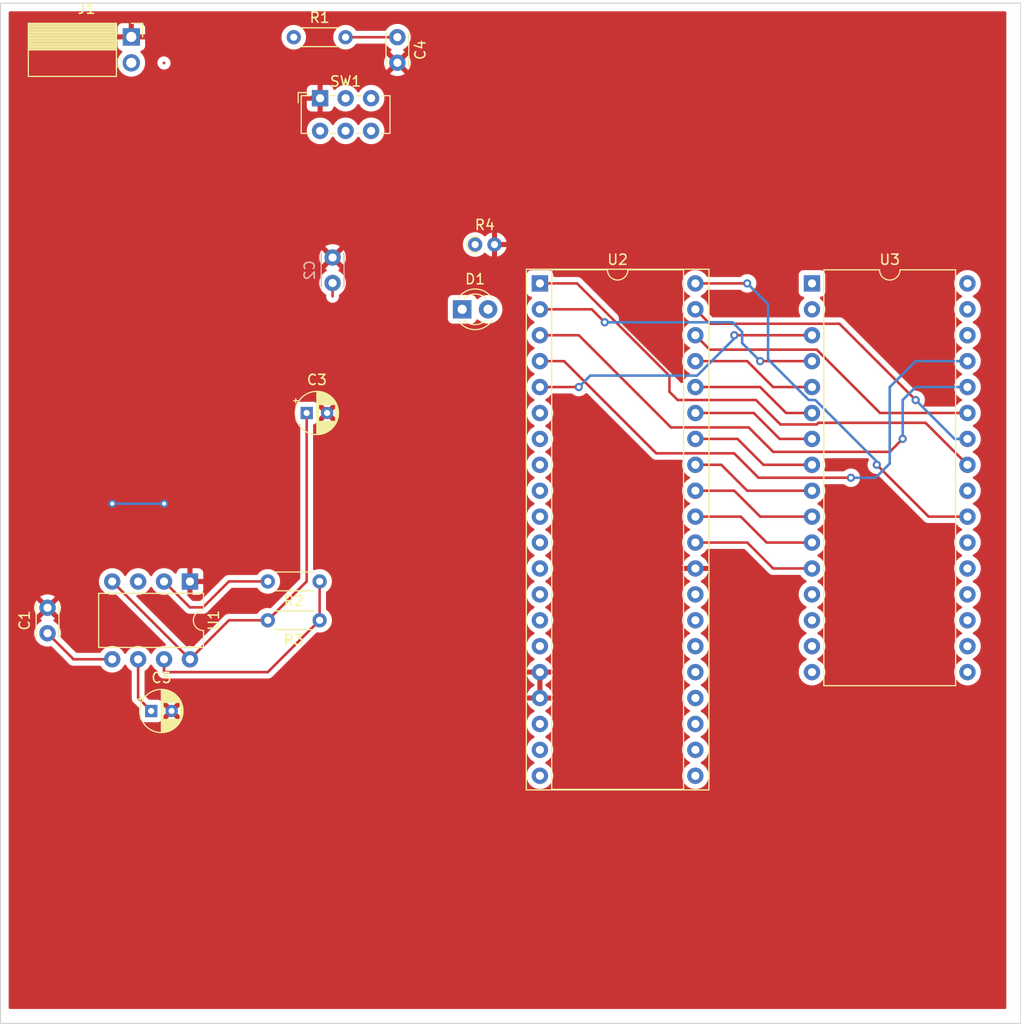
<source format=kicad_pcb>
(kicad_pcb (version 20221018) (generator pcbnew)
  (layers (0 "F.Cu" signal) (31 "B.Cu" signal) (34 "B.Paste" user) (35 "F.Paste" user) (36 "B.SilkS" user "B.Silkscreen") (37 "F.SilkS" user "F.Silkscreen") (38 "B.Mask" user) (39 "F.Mask" user) (44 "Edge.Cuts" user))
  (net 0 "")
  (net 1 "Net-(U1-CV)")
  (net 2 "GND")
  (net 3 "+5V")
  (net 4 "Net-(U2-~{RESET})")
  (net 5 "Net-(U1-THR)")
  (net 6 "Net-(U1-DIS)")
  (net 7 "CLK")
  (net 26 "Net-(D1-K)")
  (net 27 "/A0")
  (net 28 "/A1")
  (net 45 "/A11")
  (net 46 "/A12")
  (net 47 "/A13")
  (net 48 "/A14")
  (net 49 "/A15")
  (net 50 "/A2")
  (net 51 "/A3")
  (net 52 "/A4")
  (net 53 "/A5")
  (net 54 "/A6")
  (net 55 "/A7")
  (net 56 "/A8")
  (net 57 "/A9")
  (net 58 "/A10")
  (footprint "Connector_PinSocket_2.54mm:PinSocket_1x02_P2.54mm_Horizontal" (layer "F.Cu") (at 62.82 53.31)
    (fp_text reference "J1" (at -4.38 -2.77) (layer "F.SilkS"))
    (fp_text value "Conn_01x02_Pin")
    (pad "1" thru_hole rect (at 0 0) (size 1.7 1.7) (drill 1) (layers "*.Cu" "*.Mask") (net 2 "GND"))
    (pad "2" thru_hole oval (at 0 2.54) (size 1.7 1.7) (drill 1) (layers "*.Cu" "*.Mask") (net 3 "+5V"))
  )
  (footprint "Resistor_THT:R_Axial_DIN0204_L3.6mm_D1.6mm_P1.90mm_Vertical" (layer "F.Cu") (at 96.52 73.66)
    (fp_text reference "R4" (at 0.95 -1.92) (layer "F.SilkS"))
    (fp_text value "470")
    (pad "1" thru_hole circle (at 0 0) (size 1.4 1.4) (drill 0.7) (layers "*.Cu" "*.Mask") (net 26 "Net-(D1-K)"))
    (pad "2" thru_hole oval (at 1.9 0) (size 1.4 1.4) (drill 0.7) (layers "*.Cu" "*.Mask") (net 2 "GND"))
  )
  (footprint "Package_DIP:DIP-8_W7.62mm" (layer "F.Cu") (at 68.57 106.69 -90)
    (fp_text reference "U1" (at 3.81 -2.33 90) (layer "F.SilkS"))
    (fp_text value "NE555P")
    (pad "1" thru_hole rect (at 0 0 270) (size 1.6 1.6) (drill 0.8) (layers "*.Cu" "*.Mask") (net 2 "GND"))
    (pad "2" thru_hole oval (at 0 2.54 270) (size 1.6 1.6) (drill 0.8) (layers "*.Cu" "*.Mask") (net 5 "Net-(U1-THR)"))
    (pad "3" thru_hole oval (at 0 5.08 270) (size 1.6 1.6) (drill 0.8) (layers "*.Cu" "*.Mask") (net 7 "CLK"))
    (pad "4" thru_hole oval (at 0 7.62 270) (size 1.6 1.6) (drill 0.8) (layers "*.Cu" "*.Mask") (net 3 "+5V"))
    (pad "5" thru_hole oval (at 7.62 7.62 270) (size 1.6 1.6) (drill 0.8) (layers "*.Cu" "*.Mask") (net 1 "Net-(U1-CV)"))
    (pad "6" thru_hole oval (at 7.62 5.08 270) (size 1.6 1.6) (drill 0.8) (layers "*.Cu" "*.Mask") (net 5 "Net-(U1-THR)"))
    (pad "7" thru_hole oval (at 7.62 2.54 270) (size 1.6 1.6) (drill 0.8) (layers "*.Cu" "*.Mask") (net 6 "Net-(U1-DIS)"))
    (pad "8" thru_hole oval (at 7.62 0 270) (size 1.6 1.6) (drill 0.8) (layers "*.Cu" "*.Mask") (net 3 "+5V"))
  )
  (footprint "Capacitor_THT:CP_Radial_D4.0mm_P2.00mm" (layer "F.Cu") (at 64.77 119.38)
    (fp_text reference "C5" (at 1 -3.25) (layer "F.SilkS"))
    (fp_text value "10u")
    (pad "1" thru_hole rect (at 0 0) (size 1.2 1.2) (drill 0.6) (layers "*.Cu" "*.Mask") (net 5 "Net-(U1-THR)"))
    (pad "2" thru_hole circle (at 2 0) (size 1.2 1.2) (drill 0.6) (layers "*.Cu" "*.Mask") (net 2 "GND"))
  )
  (footprint "Resistor_THT:R_Axial_DIN0204_L3.6mm_D1.6mm_P5.08mm_Horizontal" (layer "F.Cu") (at 81.28 110.49 180)
    (fp_text reference "R3" (at 2.54 -1.92) (layer "F.SilkS"))
    (fp_text value "1k")
    (pad "1" thru_hole circle (at 0 0 180) (size 1.4 1.4) (drill 0.7) (layers "*.Cu" "*.Mask") (net 6 "Net-(U1-DIS)"))
    (pad "2" thru_hole oval (at 5.08 0 180) (size 1.4 1.4) (drill 0.7) (layers "*.Cu" "*.Mask") (net 3 "+5V"))
  )
  (footprint "Capacitor_THT:C_Disc_D3.0mm_W2.0mm_P2.50mm" (layer "F.Cu") (at 54.61 111.76 90)
    (fp_text reference "C1" (at 1.25 -2.25 90) (layer "F.SilkS"))
    (fp_text value "10n")
    (pad "1" thru_hole circle (at 0 0 90) (size 1.6 1.6) (drill 0.8) (layers "*.Cu" "*.Mask") (net 1 "Net-(U1-CV)"))
    (pad "2" thru_hole circle (at 2.5 0 90) (size 1.6 1.6) (drill 0.8) (layers "*.Cu" "*.Mask") (net 2 "GND"))
  )
  (footprint "LED_THT:LED_D3.0mm" (layer "F.Cu") (at 95.25 80.01)
    (fp_text reference "D1" (at 1.27 -2.96) (layer "F.SilkS"))
    (fp_text value "LED")
    (pad "1" thru_hole rect (at 0 0) (size 1.8 1.8) (drill 0.9) (layers "*.Cu" "*.Mask") (net 26 "Net-(D1-K)"))
    (pad "2" thru_hole circle (at 2.54 0) (size 1.8 1.8) (drill 0.9) (layers "*.Cu" "*.Mask") (net 7 "CLK"))
  )
  (footprint "Resistor_THT:R_Axial_DIN0204_L3.6mm_D1.6mm_P5.08mm_Horizontal" (layer "F.Cu") (at 81.28 106.68 180)
    (fp_text reference "R2" (at 2.54 -1.92) (layer "F.SilkS"))
    (fp_text value "4k7")
    (pad "1" thru_hole circle (at 0 0 180) (size 1.4 1.4) (drill 0.7) (layers "*.Cu" "*.Mask") (net 6 "Net-(U1-DIS)"))
    (pad "2" thru_hole oval (at 5.08 0 180) (size 1.4 1.4) (drill 0.7) (layers "*.Cu" "*.Mask") (net 5 "Net-(U1-THR)"))
  )
  (footprint "Button_Switch_THT:SW_E-Switch_EG1271_SPDT" (layer "F.Cu") (at 81.325 59.32)
    (fp_text reference "SW1" (at 2.5 -1.65) (layer "F.SilkS"))
    (fp_text value "SW_Push")
    (pad "1" thru_hole rect (at 0 0) (size 1.6 1.6) (drill 0.8) (layers "*.Cu" "*.Mask") (net 2 "GND"))
    (pad "2" thru_hole circle (at 2.5 0) (size 1.6 1.6) (drill 0.8) (layers "*.Cu" "*.Mask") (net 4 "Net-(U2-~{RESET})"))
    (pad "3" thru_hole circle (at 5 0) (size 1.6 1.6) (drill 0.8) (layers "*.Cu" "*.Mask"))
    (pad "4" thru_hole circle (at 0 3.2) (size 1.6 1.6) (drill 0.8) (layers "*.Cu" "*.Mask"))
    (pad "5" thru_hole circle (at 2.5 3.2) (size 1.6 1.6) (drill 0.8) (layers "*.Cu" "*.Mask"))
    (pad "6" thru_hole circle (at 5 3.2) (size 1.6 1.6) (drill 0.8) (layers "*.Cu" "*.Mask"))
  )
  (footprint "Package_DIP:DIP-40_W15.24mm_Socket" (layer "F.Cu") (at 102.87 77.47)
    (fp_text reference "U2" (at 7.62 -2.33) (layer "F.SilkS"))
    (fp_text value "Z80CPU")
    (pad "1" thru_hole rect (at 0 0) (size 1.6 1.6) (drill 0.8) (layers "*.Cu" "*.Mask") (net 45 "/A11"))
    (pad "2" thru_hole oval (at 0 2.54) (size 1.6 1.6) (drill 0.8) (layers "*.Cu" "*.Mask") (net 46 "/A12"))
    (pad "3" thru_hole oval (at 0 5.08) (size 1.6 1.6) (drill 0.8) (layers "*.Cu" "*.Mask") (net 47 "/A13"))
    (pad "4" thru_hole oval (at 0 7.62) (size 1.6 1.6) (drill 0.8) (layers "*.Cu" "*.Mask") (net 48 "/A14"))
    (pad "5" thru_hole oval (at 0 10.16) (size 1.6 1.6) (drill 0.8) (layers "*.Cu" "*.Mask") (net 49 "/A15"))
    (pad "6" thru_hole oval (at 0 12.7) (size 1.6 1.6) (drill 0.8) (layers "*.Cu" "*.Mask") (net 7 "CLK"))
    (pad "7" thru_hole oval (at 0 15.24) (size 1.6 1.6) (drill 0.8) (layers "*.Cu" "*.Mask"))
    (pad "8" thru_hole oval (at 0 17.78) (size 1.6 1.6) (drill 0.8) (layers "*.Cu" "*.Mask"))
    (pad "9" thru_hole oval (at 0 20.32) (size 1.6 1.6) (drill 0.8) (layers "*.Cu" "*.Mask"))
    (pad "10" thru_hole oval (at 0 22.86) (size 1.6 1.6) (drill 0.8) (layers "*.Cu" "*.Mask"))
    (pad "11" thru_hole oval (at 0 25.4) (size 1.6 1.6) (drill 0.8) (layers "*.Cu" "*.Mask") (net 3 "+5V"))
    (pad "12" thru_hole oval (at 0 27.94) (size 1.6 1.6) (drill 0.8) (layers "*.Cu" "*.Mask"))
    (pad "13" thru_hole oval (at 0 30.48) (size 1.6 1.6) (drill 0.8) (layers "*.Cu" "*.Mask"))
    (pad "14" thru_hole oval (at 0 33.02) (size 1.6 1.6) (drill 0.8) (layers "*.Cu" "*.Mask"))
    (pad "15" thru_hole oval (at 0 35.56) (size 1.6 1.6) (drill 0.8) (layers "*.Cu" "*.Mask"))
    (pad "16" thru_hole oval (at 0 38.1) (size 1.6 1.6) (drill 0.8) (layers "*.Cu" "*.Mask") (net 2 "GND"))
    (pad "17" thru_hole oval (at 0 40.64) (size 1.6 1.6) (drill 0.8) (layers "*.Cu" "*.Mask") (net 2 "GND"))
    (pad "18" thru_hole oval (at 0 43.18) (size 1.6 1.6) (drill 0.8) (layers "*.Cu" "*.Mask"))
    (pad "19" thru_hole oval (at 0 45.72) (size 1.6 1.6) (drill 0.8) (layers "*.Cu" "*.Mask"))
    (pad "20" thru_hole oval (at 0 48.26) (size 1.6 1.6) (drill 0.8) (layers "*.Cu" "*.Mask"))
    (pad "21" thru_hole oval (at 15.24 48.26) (size 1.6 1.6) (drill 0.8) (layers "*.Cu" "*.Mask"))
    (pad "22" thru_hole oval (at 15.24 45.72) (size 1.6 1.6) (drill 0.8) (layers "*.Cu" "*.Mask"))
    (pad "23" thru_hole oval (at 15.24 43.18) (size 1.6 1.6) (drill 0.8) (layers "*.Cu" "*.Mask"))
    (pad "24" thru_hole oval (at 15.24 40.64) (size 1.6 1.6) (drill 0.8) (layers "*.Cu" "*.Mask"))
    (pad "25" thru_hole oval (at 15.24 38.1) (size 1.6 1.6) (drill 0.8) (layers "*.Cu" "*.Mask"))
    (pad "26" thru_hole oval (at 15.24 35.56) (size 1.6 1.6) (drill 0.8) (layers "*.Cu" "*.Mask") (net 4 "Net-(U2-~{RESET})"))
    (pad "27" thru_hole oval (at 15.24 33.02) (size 1.6 1.6) (drill 0.8) (layers "*.Cu" "*.Mask"))
    (pad "28" thru_hole oval (at 15.24 30.48) (size 1.6 1.6) (drill 0.8) (layers "*.Cu" "*.Mask"))
    (pad "29" thru_hole oval (at 15.24 27.94) (size 1.6 1.6) (drill 0.8) (layers "*.Cu" "*.Mask") (net 2 "GND"))
    (pad "30" thru_hole oval (at 15.24 25.4) (size 1.6 1.6) (drill 0.8) (layers "*.Cu" "*.Mask") (net 27 "/A0"))
    (pad "31" thru_hole oval (at 15.24 22.86) (size 1.6 1.6) (drill 0.8) (layers "*.Cu" "*.Mask") (net 28 "/A1"))
    (pad "32" thru_hole oval (at 15.24 20.32) (size 1.6 1.6) (drill 0.8) (layers "*.Cu" "*.Mask") (net 50 "/A2"))
    (pad "33" thru_hole oval (at 15.24 17.78) (size 1.6 1.6) (drill 0.8) (layers "*.Cu" "*.Mask") (net 51 "/A3"))
    (pad "34" thru_hole oval (at 15.24 15.24) (size 1.6 1.6) (drill 0.8) (layers "*.Cu" "*.Mask") (net 52 "/A4"))
    (pad "35" thru_hole oval (at 15.24 12.7) (size 1.6 1.6) (drill 0.8) (layers "*.Cu" "*.Mask") (net 53 "/A5"))
    (pad "36" thru_hole oval (at 15.24 10.16) (size 1.6 1.6) (drill 0.8) (layers "*.Cu" "*.Mask") (net 54 "/A6"))
    (pad "37" thru_hole oval (at 15.24 7.62) (size 1.6 1.6) (drill 0.8) (layers "*.Cu" "*.Mask") (net 55 "/A7"))
    (pad "38" thru_hole oval (at 15.24 5.08) (size 1.6 1.6) (drill 0.8) (layers "*.Cu" "*.Mask") (net 56 "/A8"))
    (pad "39" thru_hole oval (at 15.24 2.54) (size 1.6 1.6) (drill 0.8) (layers "*.Cu" "*.Mask") (net 57 "/A9"))
    (pad "40" thru_hole oval (at 15.24 0) (size 1.6 1.6) (drill 0.8) (layers "*.Cu" "*.Mask") (net 58 "/A10"))
  )
  (footprint "Resistor_THT:R_Axial_DIN0204_L3.6mm_D1.6mm_P5.08mm_Horizontal" (layer "F.Cu") (at 78.74 53.34)
    (fp_text reference "R1" (at 2.54 -1.92) (layer "F.SilkS"))
    (fp_text value "R")
    (pad "1" thru_hole circle (at 0 0) (size 1.4 1.4) (drill 0.7) (layers "*.Cu" "*.Mask") (net 3 "+5V"))
    (pad "2" thru_hole oval (at 5.08 0) (size 1.4 1.4) (drill 0.7) (layers "*.Cu" "*.Mask") (net 4 "Net-(U2-~{RESET})"))
  )
  (footprint "Capacitor_THT:CP_Radial_D4.0mm_P2.00mm" (layer "F.Cu") (at 80.01 90.17)
    (fp_text reference "C3" (at 1 -3.25) (layer "F.SilkS"))
    (fp_text value "10u")
    (pad "1" thru_hole rect (at 0 0) (size 1.2 1.2) (drill 0.6) (layers "*.Cu" "*.Mask") (net 3 "+5V"))
    (pad "2" thru_hole circle (at 2 0) (size 1.2 1.2) (drill 0.6) (layers "*.Cu" "*.Mask") (net 2 "GND"))
  )
  (footprint "Package_DIP:DIP-32_W15.24mm" (layer "F.Cu") (at 129.54 77.47)
    (fp_text reference "U3" (at 7.62 -2.33) (layer "F.SilkS"))
    (fp_text value "SST39SF010")
    (pad "1" thru_hole rect (at 0 0) (size 1.6 1.6) (drill 0.8) (layers "*.Cu" "*.Mask"))
    (pad "2" thru_hole oval (at 0 2.54) (size 1.6 1.6) (drill 0.8) (layers "*.Cu" "*.Mask"))
    (pad "3" thru_hole oval (at 0 5.08) (size 1.6 1.6) (drill 0.8) (layers "*.Cu" "*.Mask") (net 49 "/A15"))
    (pad "4" thru_hole oval (at 0 7.62) (size 1.6 1.6) (drill 0.8) (layers "*.Cu" "*.Mask") (net 46 "/A12"))
    (pad "5" thru_hole oval (at 0 10.16) (size 1.6 1.6) (drill 0.8) (layers "*.Cu" "*.Mask") (net 55 "/A7"))
    (pad "6" thru_hole oval (at 0 12.7) (size 1.6 1.6) (drill 0.8) (layers "*.Cu" "*.Mask") (net 54 "/A6"))
    (pad "7" thru_hole oval (at 0 15.24) (size 1.6 1.6) (drill 0.8) (layers "*.Cu" "*.Mask") (net 53 "/A5"))
    (pad "8" thru_hole oval (at 0 17.78) (size 1.6 1.6) (drill 0.8) (layers "*.Cu" "*.Mask") (net 52 "/A4"))
    (pad "9" thru_hole oval (at 0 20.32) (size 1.6 1.6) (drill 0.8) (layers "*.Cu" "*.Mask") (net 51 "/A3"))
    (pad "10" thru_hole oval (at 0 22.86) (size 1.6 1.6) (drill 0.8) (layers "*.Cu" "*.Mask") (net 50 "/A2"))
    (pad "11" thru_hole oval (at 0 25.4) (size 1.6 1.6) (drill 0.8) (layers "*.Cu" "*.Mask") (net 28 "/A1"))
    (pad "12" thru_hole oval (at 0 27.94) (size 1.6 1.6) (drill 0.8) (layers "*.Cu" "*.Mask") (net 27 "/A0"))
    (pad "13" thru_hole oval (at 0 30.48) (size 1.6 1.6) (drill 0.8) (layers "*.Cu" "*.Mask"))
    (pad "14" thru_hole oval (at 0 33.02) (size 1.6 1.6) (drill 0.8) (layers "*.Cu" "*.Mask"))
    (pad "15" thru_hole oval (at 0 35.56) (size 1.6 1.6) (drill 0.8) (layers "*.Cu" "*.Mask"))
    (pad "16" thru_hole oval (at 0 38.1) (size 1.6 1.6) (drill 0.8) (layers "*.Cu" "*.Mask"))
    (pad "17" thru_hole oval (at 15.24 38.1) (size 1.6 1.6) (drill 0.8) (layers "*.Cu" "*.Mask"))
    (pad "18" thru_hole oval (at 15.24 35.56) (size 1.6 1.6) (drill 0.8) (layers "*.Cu" "*.Mask"))
    (pad "19" thru_hole oval (at 15.24 33.02) (size 1.6 1.6) (drill 0.8) (layers "*.Cu" "*.Mask"))
    (pad "20" thru_hole oval (at 15.24 30.48) (size 1.6 1.6) (drill 0.8) (layers "*.Cu" "*.Mask"))
    (pad "21" thru_hole oval (at 15.24 27.94) (size 1.6 1.6) (drill 0.8) (layers "*.Cu" "*.Mask"))
    (pad "22" thru_hole oval (at 15.24 25.4) (size 1.6 1.6) (drill 0.8) (layers "*.Cu" "*.Mask"))
    (pad "23" thru_hole oval (at 15.24 22.86) (size 1.6 1.6) (drill 0.8) (layers "*.Cu" "*.Mask") (net 58 "/A10"))
    (pad "24" thru_hole oval (at 15.24 20.32) (size 1.6 1.6) (drill 0.8) (layers "*.Cu" "*.Mask"))
    (pad "25" thru_hole oval (at 15.24 17.78) (size 1.6 1.6) (drill 0.8) (layers "*.Cu" "*.Mask") (net 45 "/A11"))
    (pad "26" thru_hole oval (at 15.24 15.24) (size 1.6 1.6) (drill 0.8) (layers "*.Cu" "*.Mask") (net 57 "/A9"))
    (pad "27" thru_hole oval (at 15.24 12.7) (size 1.6 1.6) (drill 0.8) (layers "*.Cu" "*.Mask") (net 56 "/A8"))
    (pad "28" thru_hole oval (at 15.24 10.16) (size 1.6 1.6) (drill 0.8) (layers "*.Cu" "*.Mask") (net 47 "/A13"))
    (pad "29" thru_hole oval (at 15.24 7.62) (size 1.6 1.6) (drill 0.8) (layers "*.Cu" "*.Mask") (net 48 "/A14"))
    (pad "30" thru_hole oval (at 15.24 5.08) (size 1.6 1.6) (drill 0.8) (layers "*.Cu" "*.Mask"))
    (pad "31" thru_hole oval (at 15.24 2.54) (size 1.6 1.6) (drill 0.8) (layers "*.Cu" "*.Mask"))
    (pad "32" thru_hole oval (at 15.24 0) (size 1.6 1.6) (drill 0.8) (layers "*.Cu" "*.Mask"))
  )
  (footprint "Capacitor_THT:C_Disc_D3.0mm_W2.0mm_P2.50mm" (layer "F.Cu") (at 88.9 53.34 -90)
    (fp_text reference "C4" (at 1.25 -2.25 90) (layer "F.SilkS"))
    (fp_text value "100nF")
    (pad "1" thru_hole circle (at 0 0 270) (size 1.6 1.6) (drill 0.8) (layers "*.Cu" "*.Mask") (net 4 "Net-(U2-~{RESET})"))
    (pad "2" thru_hole circle (at 2.5 0 270) (size 1.6 1.6) (drill 0.8) (layers "*.Cu" "*.Mask") (net 2 "GND"))
  )
  (footprint "Capacitor_THT:C_Disc_D3.0mm_W2.0mm_P2.50mm" (layer "B.Cu") (at 82.55 74.93 -90)
    (fp_text reference "C2" (at 1.25 2.25 90) (layer "B.SilkS") (effects (justify mirror)))
    (fp_text value "100nF")
    (pad "1" thru_hole circle (at 0 0 270) (size 1.6 1.6) (drill 0.8) (layers "*.Cu" "*.Mask") (net 2 "GND"))
    (pad "2" thru_hole circle (at 2.5 0 270) (size 1.6 1.6) (drill 0.8) (layers "*.Cu" "*.Mask") (net 3 "+5V"))
  )
  (gr_line (start 150 150) (end 50 150) (stroke (width 0.1)) (layer "Edge.Cuts"))
  (gr_line (start 150 50) (end 150 150) (stroke (width 0.1)) (layer "Edge.Cuts"))
  (gr_line (start 50 150) (end 50 50) (stroke (width 0.1)) (layer "Edge.Cuts"))
  (gr_line (start 50 50) (end 150 50) (stroke (width 0.1)) (layer "Edge.Cuts"))
  (segment (start 54.61 111.76) (end 57.14 114.29) (width 0.25) (layer "F.Cu") (net 1))
  (segment (start 57.14 114.29) (end 57.14 114.31) (width 0.25) (layer "F.Cu") (net 1))
  (segment (start 57.14 114.31) (end 60.95 114.31) (width 0.25) (layer "F.Cu") (net 1))
  (via (at 60.96 99.06) (size 0.8) (drill 0.4) (layers "F.Cu" "B.Cu") (net 2))
  (via (at 66.04 99.06) (size 0.8) (drill 0.4) (layers "F.Cu" "B.Cu") (net 2))
  (segment (start 60.96 99.06) (end 66.04 99.06) (width 0.25) (layer "B.Cu") (net 2))
  (segment (start 82.55 77.43) (end 82.55 78.74) (width 0.25) (layer "F.Cu") (net 3))
  (segment (start 76.2 110.49) (end 72.39 110.49) (width 0.25) (layer "F.Cu") (net 3))
  (segment (start 72.39 110.49) (end 68.57 114.31) (width 0.25) (layer "F.Cu") (net 3))
  (segment (start 66.04 55.88) (end 66.01 55.85) (width 0.25) (layer "F.Cu") (net 3))
  (segment (start 76.2 110.49) (end 80.01 106.68) (width 0.25) (layer "F.Cu") (net 3))
  (segment (start 80.01 106.68) (end 80.01 90.17) (width 0.25) (layer "F.Cu") (net 3))
  (segment (start 60.95 106.69) (end 68.57 114.31) (width 0.25) (layer "F.Cu") (net 3))
  (segment (start 83.825 53.345) (end 83.82 53.34) (width 0.25) (layer "F.Cu") (net 4))
  (segment (start 83.82 53.34) (end 88.9 53.34) (width 0.25) (layer "F.Cu") (net 4))
  (segment (start 64.77 119.38) (end 63.51 118.12) (width 0.25) (layer "F.Cu") (net 5))
  (segment (start 63.49 118.12) (end 63.49 114.31) (width 0.25) (layer "F.Cu") (net 5))
  (segment (start 68.56 109.22) (end 66.03 106.69) (width 0.25) (layer "F.Cu") (net 5))
  (segment (start 69.85 109.22) (end 68.56 109.22) (width 0.25) (layer "F.Cu") (net 5))
  (segment (start 76.2 106.68) (end 72.39 106.68) (width 0.25) (layer "F.Cu") (net 5))
  (segment (start 63.51 118.12) (end 63.49 118.12) (width 0.25) (layer "F.Cu") (net 5))
  (segment (start 72.39 106.68) (end 69.85 109.22) (width 0.25) (layer "F.Cu") (net 5))
  (segment (start 66.04 115.57) (end 66.03 115.56) (width 0.25) (layer "F.Cu") (net 6))
  (segment (start 66.03 115.56) (end 66.03 114.31) (width 0.25) (layer "F.Cu") (net 6))
  (segment (start 81.28 110.49) (end 81.28 106.68) (width 0.25) (layer "F.Cu") (net 6))
  (segment (start 81.28 110.49) (end 76.2 115.57) (width 0.25) (layer "F.Cu") (net 6))
  (segment (start 76.2 115.57) (end 66.04 115.57) (width 0.25) (layer "F.Cu") (net 6))
  (segment (start 63.49 106.69) (end 63.5 106.68) (width 0.25) (layer "F.Cu") (net 7))
  (segment (start 125.73 105.41) (end 129.54 105.41) (width 0.25) (layer "F.Cu") (net 27))
  (segment (start 123.19 102.87) (end 125.73 105.41) (width 0.25) (layer "F.Cu") (net 27))
  (segment (start 118.11 102.87) (end 123.19 102.87) (width 0.25) (layer "F.Cu") (net 27))
  (segment (start 118.11 100.33) (end 122.555 100.33) (width 0.25) (layer "F.Cu") (net 28))
  (segment (start 125.095 102.87) (end 129.54 102.87) (width 0.25) (layer "F.Cu") (net 28))
  (segment (start 122.555 100.33) (end 125.095 102.87) (width 0.25) (layer "F.Cu") (net 28))
  (segment (start 115.57 88.095991) (end 116.374009 88.9) (width 0.25) (layer "F.Cu") (net 45))
  (segment (start 130.165991 91.135) (end 140.665 91.135) (width 0.25) (layer "F.Cu") (net 45))
  (segment (start 126.445 91.295) (end 130.005991 91.295) (width 0.25) (layer "F.Cu") (net 45))
  (segment (start 124.05 88.9) (end 126.445 91.295) (width 0.25) (layer "F.Cu") (net 45))
  (segment (start 106.506016 77.47) (end 115.57 86.533984) (width 0.25) (layer "F.Cu") (net 45))
  (segment (start 115.57 86.533984) (end 115.57 88.095991) (width 0.25) (layer "F.Cu") (net 45))
  (segment (start 130.005991 91.295) (end 130.165991 91.135) (width 0.25) (layer "F.Cu") (net 45))
  (segment (start 102.87 77.47) (end 106.506016 77.47) (width 0.25) (layer "F.Cu") (net 45))
  (segment (start 116.374009 88.9) (end 124.05 88.9) (width 0.25) (layer "F.Cu") (net 45))
  (segment (start 140.665 91.135) (end 144.78 95.25) (width 0.25) (layer "F.Cu") (net 45))
  (segment (start 102.87 80.01) (end 107.95 80.01) (width 0.25) (layer "F.Cu") (net 46))
  (segment (start 124.46 85.09) (end 129.54 85.09) (width 0.25) (layer "F.Cu") (net 46))
  (segment (start 107.95 80.01) (end 109.22 81.28) (width 0.25) (layer "F.Cu") (net 46))
  (via (at 124.46 85.09) (size 0.8) (drill 0.4) (layers "F.Cu" "B.Cu") (net 46))
  (via (at 109.22 81.28) (size 0.8) (drill 0.4) (layers "F.Cu" "B.Cu") (net 46))
  (segment (start 122.695 82.228984) (end 122.695 83.325) (width 0.25) (layer "B.Cu") (net 46))
  (segment (start 122.695 83.325) (end 124.46 85.09) (width 0.25) (layer "B.Cu") (net 46))
  (segment (start 109.22 81.28) (end 121.746016 81.28) (width 0.25) (layer "B.Cu") (net 46))
  (segment (start 121.746016 81.28) (end 122.695 82.228984) (width 0.25) (layer "B.Cu") (net 46))
  (segment (start 102.87 82.55) (end 106.68 82.55) (width 0.25) (layer "F.Cu") (net 47))
  (segment (start 137.16 93.98) (end 138.43 92.71) (width 0.25) (layer "F.Cu") (net 47))
  (segment (start 123.335 91.585) (end 125.73 93.98) (width 0.25) (layer "F.Cu") (net 47))
  (segment (start 115.715 91.585) (end 123.335 91.585) (width 0.25) (layer "F.Cu") (net 47))
  (segment (start 106.68 82.55) (end 115.715 91.585) (width 0.25) (layer "F.Cu") (net 47))
  (segment (start 125.73 93.98) (end 137.16 93.98) (width 0.25) (layer "F.Cu") (net 47))
  (via (at 138.43 92.71) (size 0.8) (drill 0.4) (layers "F.Cu" "B.Cu") (net 47))
  (segment (start 144.78 87.63) (end 139.7 87.63) (width 0.25) (layer "B.Cu") (net 47))
  (segment (start 138.43 88.9) (end 138.43 92.71) (width 0.25) (layer "B.Cu") (net 47))
  (segment (start 139.7 87.63) (end 138.43 88.9) (width 0.25) (layer "B.Cu") (net 47))
  (segment (start 102.87 85.09) (end 105.236016 85.09) (width 0.25) (layer "F.Cu") (net 48))
  (segment (start 124.300203 96.52) (end 133.35 96.52) (width 0.25) (layer "F.Cu") (net 48))
  (segment (start 105.236016 85.09) (end 114.271016 94.125) (width 0.25) (layer "F.Cu") (net 48))
  (segment (start 114.271016 94.125) (end 121.905203 94.125) (width 0.25) (layer "F.Cu") (net 48))
  (segment (start 121.905203 94.125) (end 124.300203 96.52) (width 0.25) (layer "F.Cu") (net 48))
  (via (at 133.35 96.52) (size 0.8) (drill 0.4) (layers "F.Cu" "B.Cu") (net 48))
  (segment (start 139.7 85.09) (end 137.16 87.63) (width 0.25) (layer "B.Cu") (net 48))
  (segment (start 137.16 95.127652) (end 135.767652 96.52) (width 0.25) (layer "B.Cu") (net 48))
  (segment (start 137.16 87.63) (end 137.16 95.127652) (width 0.25) (layer "B.Cu") (net 48))
  (segment (start 135.767652 96.52) (end 133.35 96.52) (width 0.25) (layer "B.Cu") (net 48))
  (segment (start 144.78 85.09) (end 139.7 85.09) (width 0.25) (layer "B.Cu") (net 48))
  (segment (start 102.87 87.63) (end 106.68 87.63) (width 0.25) (layer "F.Cu") (net 49))
  (segment (start 121.92 82.55) (end 129.54 82.55) (width 0.25) (layer "F.Cu") (net 49))
  (via (at 121.92 82.55) (size 0.8) (drill 0.4) (layers "F.Cu" "B.Cu") (net 49))
  (via (at 106.68 87.63) (size 0.8) (drill 0.4) (layers "F.Cu" "B.Cu") (net 49))
  (segment (start 107.805 86.505) (end 118.285991 86.505) (width 0.25) (layer "B.Cu") (net 49))
  (segment (start 106.68 87.63) (end 107.805 86.505) (width 0.25) (layer "B.Cu") (net 49))
  (segment (start 118.285991 86.505) (end 121.92 82.870991) (width 0.25) (layer "B.Cu") (net 49))
  (segment (start 121.92 82.870991) (end 121.92 82.55) (width 0.25) (layer "B.Cu") (net 49))
  (segment (start 118.11 97.79) (end 121.92 97.79) (width 0.25) (layer "F.Cu") (net 50))
  (segment (start 121.92 97.79) (end 124.46 100.33) (width 0.25) (layer "F.Cu") (net 50))
  (segment (start 124.46 100.33) (end 129.54 100.33) (width 0.25) (layer "F.Cu") (net 50))
  (segment (start 123.19 97.79) (end 129.54 97.79) (width 0.25) (layer "F.Cu") (net 51))
  (segment (start 118.11 95.25) (end 120.65 95.25) (width 0.25) (layer "F.Cu") (net 51))
  (segment (start 120.65 95.25) (end 123.19 97.79) (width 0.25) (layer "F.Cu") (net 51))
  (segment (start 124.776802 95.25) (end 129.54 95.25) (width 0.25) (layer "F.Cu") (net 52))
  (segment (start 122.236802 92.71) (end 124.776802 95.25) (width 0.25) (layer "F.Cu") (net 52))
  (segment (start 118.11 92.71) (end 122.236802 92.71) (width 0.25) (layer "F.Cu") (net 52))
  (segment (start 123.826396 90.17) (end 126.366396 92.71) (width 0.25) (layer "F.Cu") (net 53))
  (segment (start 126.366396 92.71) (end 129.54 92.71) (width 0.25) (layer "F.Cu") (net 53))
  (segment (start 118.11 90.17) (end 123.826396 90.17) (width 0.25) (layer "F.Cu") (net 53))
  (segment (start 118.11 87.63) (end 124.46 87.63) (width 0.25) (layer "F.Cu") (net 54))
  (segment (start 127 90.17) (end 129.54 90.17) (width 0.25) (layer "F.Cu") (net 54))
  (segment (start 124.46 87.63) (end 127 90.17) (width 0.25) (layer "F.Cu") (net 54))
  (segment (start 125.73 87.63) (end 129.54 87.63) (width 0.25) (layer "F.Cu") (net 55))
  (segment (start 118.11 85.09) (end 123.19 85.09) (width 0.25) (layer "F.Cu") (net 55))
  (segment (start 123.19 85.09) (end 125.73 87.63) (width 0.25) (layer "F.Cu") (net 55))
  (segment (start 119.525 83.965) (end 130.005991 83.965) (width 0.25) (layer "F.Cu") (net 56))
  (segment (start 118.11 82.55) (end 119.525 83.965) (width 0.25) (layer "F.Cu") (net 56))
  (segment (start 130.005991 83.965) (end 136.210991 90.17) (width 0.25) (layer "F.Cu") (net 56))
  (segment (start 136.210991 90.17) (end 144.78 90.17) (width 0.25) (layer "F.Cu") (net 56))
  (segment (start 119.525 81.425) (end 132.225 81.425) (width 0.25) (layer "F.Cu") (net 57))
  (segment (start 118.11 80.01) (end 119.525 81.425) (width 0.25) (layer "F.Cu") (net 57))
  (segment (start 132.225 81.425) (end 139.7 88.9) (width 0.25) (layer "F.Cu") (net 57))
  (via (at 139.7 88.9) (size 0.8) (drill 0.4) (layers "F.Cu" "B.Cu") (net 57))
  (segment (start 144.78 92.71) (end 143.51 92.71) (width 0.25) (layer "B.Cu") (net 57))
  (segment (start 143.51 92.71) (end 139.7 88.9) (width 0.25) (layer "B.Cu") (net 57))
  (segment (start 140.97 100.33) (end 135.89 95.25) (width 0.25) (layer "F.Cu") (net 58))
  (segment (start 144.78 100.33) (end 140.97 100.33) (width 0.25) (layer "F.Cu") (net 58))
  (segment (start 123.19 77.47) (end 118.11 77.47) (width 0.25) (layer "F.Cu") (net 58))
  (via (at 123.19 77.47) (size 0.8) (drill 0.4) (layers "F.Cu" "B.Cu") (net 58))
  (via (at 135.89 95.25) (size 0.8) (drill 0.4) (layers "F.Cu" "B.Cu") (net 58))
  (segment (start 135.89 94.929009) (end 129.860991 88.9) (width 0.25) (layer "B.Cu") (net 58))
  (segment (start 135.89 95.25) (end 135.89 94.929009) (width 0.25) (layer "B.Cu") (net 58))
  (segment (start 129.219009 88.9) (end 125.235 84.915991) (width 0.25) (layer "B.Cu") (net 58))
  (segment (start 125.235 79.515) (end 123.19 77.47) (width 0.25) (layer "B.Cu") (net 58))
  (segment (start 129.860991 88.9) (end 129.219009 88.9) (width 0.25) (layer "B.Cu") (net 58))
  (segment (start 125.235 84.915991) (end 125.235 79.515) (width 0.25) (layer "B.Cu") (net 58))
  (zone (net 2) (net_name "GND") (layer "F.Cu") (connect_pads (clearance 0.5)) (min_thickness 0.25) (fill yes (thermal_gap 0.5) (thermal_bridge_width 0.5))
    (polygon (pts (xy 50.8 148.59) (xy 148.59 148.59) (xy 148.59 50.8) (xy 50.8 50.8)))
  )
)
</source>
